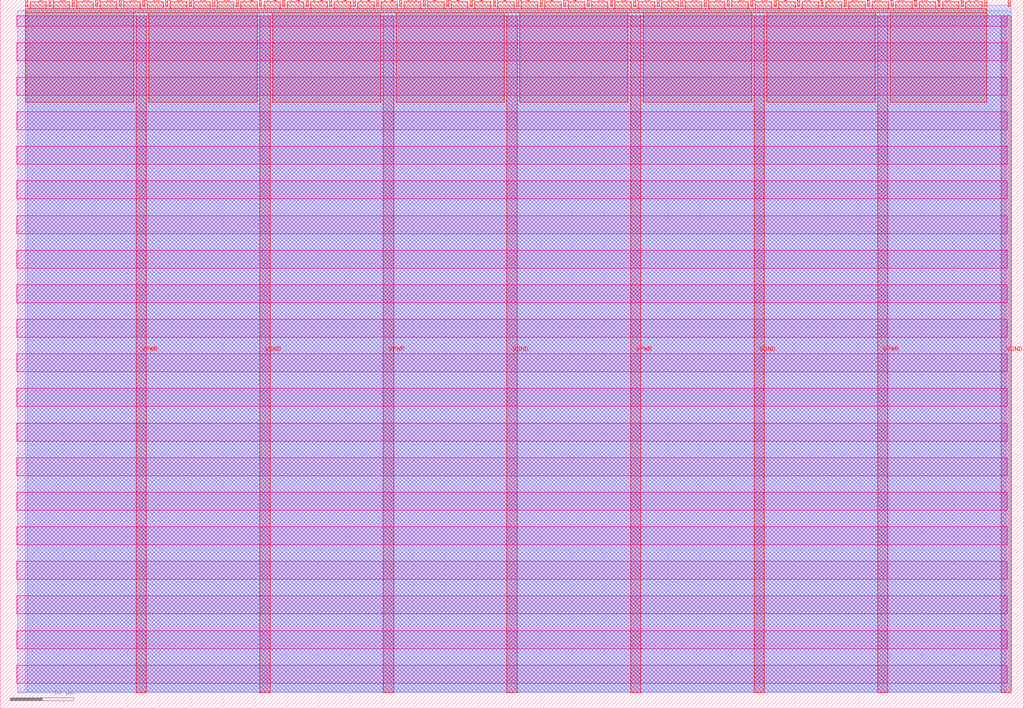
<source format=lef>
VERSION 5.7 ;
  NOWIREEXTENSIONATPIN ON ;
  DIVIDERCHAR "/" ;
  BUSBITCHARS "[]" ;
MACRO tt_um_adammaj
  CLASS BLOCK ;
  FOREIGN tt_um_adammaj ;
  ORIGIN 0.000 0.000 ;
  SIZE 161.000 BY 111.520 ;
  PIN VGND
    DIRECTION INOUT ;
    USE GROUND ;
    PORT
      LAYER met4 ;
        RECT 40.830 2.480 42.430 109.040 ;
    END
    PORT
      LAYER met4 ;
        RECT 79.700 2.480 81.300 109.040 ;
    END
    PORT
      LAYER met4 ;
        RECT 118.570 2.480 120.170 109.040 ;
    END
    PORT
      LAYER met4 ;
        RECT 157.440 2.480 159.040 109.040 ;
    END
  END VGND
  PIN VPWR
    DIRECTION INOUT ;
    USE POWER ;
    PORT
      LAYER met4 ;
        RECT 21.395 2.480 22.995 109.040 ;
    END
    PORT
      LAYER met4 ;
        RECT 60.265 2.480 61.865 109.040 ;
    END
    PORT
      LAYER met4 ;
        RECT 99.135 2.480 100.735 109.040 ;
    END
    PORT
      LAYER met4 ;
        RECT 138.005 2.480 139.605 109.040 ;
    END
  END VPWR
  PIN clk
    DIRECTION INPUT ;
    USE SIGNAL ;
    ANTENNAGATEAREA 0.852000 ;
    PORT
      LAYER met4 ;
        RECT 154.870 110.520 155.170 111.520 ;
    END
  END clk
  PIN ena
    DIRECTION INPUT ;
    USE SIGNAL ;
    PORT
      LAYER met4 ;
        RECT 158.550 110.520 158.850 111.520 ;
    END
  END ena
  PIN rst_n
    DIRECTION INPUT ;
    USE SIGNAL ;
    ANTENNAGATEAREA 0.126000 ;
    PORT
      LAYER met4 ;
        RECT 151.190 110.520 151.490 111.520 ;
    END
  END rst_n
  PIN ui_in[0]
    DIRECTION INPUT ;
    USE SIGNAL ;
    ANTENNAGATEAREA 0.159000 ;
    PORT
      LAYER met4 ;
        RECT 147.510 110.520 147.810 111.520 ;
    END
  END ui_in[0]
  PIN ui_in[1]
    DIRECTION INPUT ;
    USE SIGNAL ;
    ANTENNAGATEAREA 0.196500 ;
    PORT
      LAYER met4 ;
        RECT 143.830 110.520 144.130 111.520 ;
    END
  END ui_in[1]
  PIN ui_in[2]
    DIRECTION INPUT ;
    USE SIGNAL ;
    ANTENNAGATEAREA 0.159000 ;
    PORT
      LAYER met4 ;
        RECT 140.150 110.520 140.450 111.520 ;
    END
  END ui_in[2]
  PIN ui_in[3]
    DIRECTION INPUT ;
    USE SIGNAL ;
    ANTENNAGATEAREA 0.159000 ;
    PORT
      LAYER met4 ;
        RECT 136.470 110.520 136.770 111.520 ;
    END
  END ui_in[3]
  PIN ui_in[4]
    DIRECTION INPUT ;
    USE SIGNAL ;
    ANTENNAGATEAREA 0.213000 ;
    PORT
      LAYER met4 ;
        RECT 132.790 110.520 133.090 111.520 ;
    END
  END ui_in[4]
  PIN ui_in[5]
    DIRECTION INPUT ;
    USE SIGNAL ;
    ANTENNAGATEAREA 0.196500 ;
    PORT
      LAYER met4 ;
        RECT 129.110 110.520 129.410 111.520 ;
    END
  END ui_in[5]
  PIN ui_in[6]
    DIRECTION INPUT ;
    USE SIGNAL ;
    ANTENNAGATEAREA 0.213000 ;
    PORT
      LAYER met4 ;
        RECT 125.430 110.520 125.730 111.520 ;
    END
  END ui_in[6]
  PIN ui_in[7]
    DIRECTION INPUT ;
    USE SIGNAL ;
    ANTENNAGATEAREA 0.159000 ;
    PORT
      LAYER met4 ;
        RECT 121.750 110.520 122.050 111.520 ;
    END
  END ui_in[7]
  PIN uio_in[0]
    DIRECTION INPUT ;
    USE SIGNAL ;
    ANTENNAGATEAREA 0.213000 ;
    PORT
      LAYER met4 ;
        RECT 118.070 110.520 118.370 111.520 ;
    END
  END uio_in[0]
  PIN uio_in[1]
    DIRECTION INPUT ;
    USE SIGNAL ;
    ANTENNAGATEAREA 0.196500 ;
    PORT
      LAYER met4 ;
        RECT 114.390 110.520 114.690 111.520 ;
    END
  END uio_in[1]
  PIN uio_in[2]
    DIRECTION INPUT ;
    USE SIGNAL ;
    PORT
      LAYER met4 ;
        RECT 110.710 110.520 111.010 111.520 ;
    END
  END uio_in[2]
  PIN uio_in[3]
    DIRECTION INPUT ;
    USE SIGNAL ;
    PORT
      LAYER met4 ;
        RECT 107.030 110.520 107.330 111.520 ;
    END
  END uio_in[3]
  PIN uio_in[4]
    DIRECTION INPUT ;
    USE SIGNAL ;
    PORT
      LAYER met4 ;
        RECT 103.350 110.520 103.650 111.520 ;
    END
  END uio_in[4]
  PIN uio_in[5]
    DIRECTION INPUT ;
    USE SIGNAL ;
    PORT
      LAYER met4 ;
        RECT 99.670 110.520 99.970 111.520 ;
    END
  END uio_in[5]
  PIN uio_in[6]
    DIRECTION INPUT ;
    USE SIGNAL ;
    PORT
      LAYER met4 ;
        RECT 95.990 110.520 96.290 111.520 ;
    END
  END uio_in[6]
  PIN uio_in[7]
    DIRECTION INPUT ;
    USE SIGNAL ;
    PORT
      LAYER met4 ;
        RECT 92.310 110.520 92.610 111.520 ;
    END
  END uio_in[7]
  PIN uio_oe[0]
    DIRECTION OUTPUT TRISTATE ;
    USE SIGNAL ;
    PORT
      LAYER met4 ;
        RECT 29.750 110.520 30.050 111.520 ;
    END
  END uio_oe[0]
  PIN uio_oe[1]
    DIRECTION OUTPUT TRISTATE ;
    USE SIGNAL ;
    PORT
      LAYER met4 ;
        RECT 26.070 110.520 26.370 111.520 ;
    END
  END uio_oe[1]
  PIN uio_oe[2]
    DIRECTION OUTPUT TRISTATE ;
    USE SIGNAL ;
    PORT
      LAYER met4 ;
        RECT 22.390 110.520 22.690 111.520 ;
    END
  END uio_oe[2]
  PIN uio_oe[3]
    DIRECTION OUTPUT TRISTATE ;
    USE SIGNAL ;
    PORT
      LAYER met4 ;
        RECT 18.710 110.520 19.010 111.520 ;
    END
  END uio_oe[3]
  PIN uio_oe[4]
    DIRECTION OUTPUT TRISTATE ;
    USE SIGNAL ;
    PORT
      LAYER met4 ;
        RECT 15.030 110.520 15.330 111.520 ;
    END
  END uio_oe[4]
  PIN uio_oe[5]
    DIRECTION OUTPUT TRISTATE ;
    USE SIGNAL ;
    PORT
      LAYER met4 ;
        RECT 11.350 110.520 11.650 111.520 ;
    END
  END uio_oe[5]
  PIN uio_oe[6]
    DIRECTION OUTPUT TRISTATE ;
    USE SIGNAL ;
    PORT
      LAYER met4 ;
        RECT 7.670 110.520 7.970 111.520 ;
    END
  END uio_oe[6]
  PIN uio_oe[7]
    DIRECTION OUTPUT TRISTATE ;
    USE SIGNAL ;
    PORT
      LAYER met4 ;
        RECT 3.990 110.520 4.290 111.520 ;
    END
  END uio_oe[7]
  PIN uio_out[0]
    DIRECTION OUTPUT TRISTATE ;
    USE SIGNAL ;
    PORT
      LAYER met4 ;
        RECT 59.190 110.520 59.490 111.520 ;
    END
  END uio_out[0]
  PIN uio_out[1]
    DIRECTION OUTPUT TRISTATE ;
    USE SIGNAL ;
    PORT
      LAYER met4 ;
        RECT 55.510 110.520 55.810 111.520 ;
    END
  END uio_out[1]
  PIN uio_out[2]
    DIRECTION OUTPUT TRISTATE ;
    USE SIGNAL ;
    PORT
      LAYER met4 ;
        RECT 51.830 110.520 52.130 111.520 ;
    END
  END uio_out[2]
  PIN uio_out[3]
    DIRECTION OUTPUT TRISTATE ;
    USE SIGNAL ;
    PORT
      LAYER met4 ;
        RECT 48.150 110.520 48.450 111.520 ;
    END
  END uio_out[3]
  PIN uio_out[4]
    DIRECTION OUTPUT TRISTATE ;
    USE SIGNAL ;
    PORT
      LAYER met4 ;
        RECT 44.470 110.520 44.770 111.520 ;
    END
  END uio_out[4]
  PIN uio_out[5]
    DIRECTION OUTPUT TRISTATE ;
    USE SIGNAL ;
    PORT
      LAYER met4 ;
        RECT 40.790 110.520 41.090 111.520 ;
    END
  END uio_out[5]
  PIN uio_out[6]
    DIRECTION OUTPUT TRISTATE ;
    USE SIGNAL ;
    PORT
      LAYER met4 ;
        RECT 37.110 110.520 37.410 111.520 ;
    END
  END uio_out[6]
  PIN uio_out[7]
    DIRECTION OUTPUT TRISTATE ;
    USE SIGNAL ;
    PORT
      LAYER met4 ;
        RECT 33.430 110.520 33.730 111.520 ;
    END
  END uio_out[7]
  PIN uo_out[0]
    DIRECTION OUTPUT TRISTATE ;
    USE SIGNAL ;
    ANTENNADIFFAREA 0.445500 ;
    PORT
      LAYER met4 ;
        RECT 88.630 110.520 88.930 111.520 ;
    END
  END uo_out[0]
  PIN uo_out[1]
    DIRECTION OUTPUT TRISTATE ;
    USE SIGNAL ;
    ANTENNADIFFAREA 0.445500 ;
    PORT
      LAYER met4 ;
        RECT 84.950 110.520 85.250 111.520 ;
    END
  END uo_out[1]
  PIN uo_out[2]
    DIRECTION OUTPUT TRISTATE ;
    USE SIGNAL ;
    ANTENNADIFFAREA 0.445500 ;
    PORT
      LAYER met4 ;
        RECT 81.270 110.520 81.570 111.520 ;
    END
  END uo_out[2]
  PIN uo_out[3]
    DIRECTION OUTPUT TRISTATE ;
    USE SIGNAL ;
    ANTENNADIFFAREA 0.445500 ;
    PORT
      LAYER met4 ;
        RECT 77.590 110.520 77.890 111.520 ;
    END
  END uo_out[3]
  PIN uo_out[4]
    DIRECTION OUTPUT TRISTATE ;
    USE SIGNAL ;
    PORT
      LAYER met4 ;
        RECT 73.910 110.520 74.210 111.520 ;
    END
  END uo_out[4]
  PIN uo_out[5]
    DIRECTION OUTPUT TRISTATE ;
    USE SIGNAL ;
    PORT
      LAYER met4 ;
        RECT 70.230 110.520 70.530 111.520 ;
    END
  END uo_out[5]
  PIN uo_out[6]
    DIRECTION OUTPUT TRISTATE ;
    USE SIGNAL ;
    PORT
      LAYER met4 ;
        RECT 66.550 110.520 66.850 111.520 ;
    END
  END uo_out[6]
  PIN uo_out[7]
    DIRECTION OUTPUT TRISTATE ;
    USE SIGNAL ;
    PORT
      LAYER met4 ;
        RECT 62.870 110.520 63.170 111.520 ;
    END
  END uo_out[7]
  OBS
      LAYER nwell ;
        RECT 2.570 107.385 158.430 108.990 ;
        RECT 2.570 101.945 158.430 104.775 ;
        RECT 2.570 96.505 158.430 99.335 ;
        RECT 2.570 91.065 158.430 93.895 ;
        RECT 2.570 85.625 158.430 88.455 ;
        RECT 2.570 80.185 158.430 83.015 ;
        RECT 2.570 74.745 158.430 77.575 ;
        RECT 2.570 69.305 158.430 72.135 ;
        RECT 2.570 63.865 158.430 66.695 ;
        RECT 2.570 58.425 158.430 61.255 ;
        RECT 2.570 52.985 158.430 55.815 ;
        RECT 2.570 47.545 158.430 50.375 ;
        RECT 2.570 42.105 158.430 44.935 ;
        RECT 2.570 36.665 158.430 39.495 ;
        RECT 2.570 31.225 158.430 34.055 ;
        RECT 2.570 25.785 158.430 28.615 ;
        RECT 2.570 20.345 158.430 23.175 ;
        RECT 2.570 14.905 158.430 17.735 ;
        RECT 2.570 9.465 158.430 12.295 ;
        RECT 2.570 4.025 158.430 6.855 ;
      LAYER li1 ;
        RECT 2.760 2.635 158.240 108.885 ;
      LAYER met1 ;
        RECT 2.760 2.480 159.040 109.780 ;
      LAYER met2 ;
        RECT 4.230 2.535 159.010 110.685 ;
      LAYER met3 ;
        RECT 3.950 2.555 159.030 110.665 ;
      LAYER met4 ;
        RECT 4.690 110.120 7.270 111.170 ;
        RECT 8.370 110.120 10.950 111.170 ;
        RECT 12.050 110.120 14.630 111.170 ;
        RECT 15.730 110.120 18.310 111.170 ;
        RECT 19.410 110.120 21.990 111.170 ;
        RECT 23.090 110.120 25.670 111.170 ;
        RECT 26.770 110.120 29.350 111.170 ;
        RECT 30.450 110.120 33.030 111.170 ;
        RECT 34.130 110.120 36.710 111.170 ;
        RECT 37.810 110.120 40.390 111.170 ;
        RECT 41.490 110.120 44.070 111.170 ;
        RECT 45.170 110.120 47.750 111.170 ;
        RECT 48.850 110.120 51.430 111.170 ;
        RECT 52.530 110.120 55.110 111.170 ;
        RECT 56.210 110.120 58.790 111.170 ;
        RECT 59.890 110.120 62.470 111.170 ;
        RECT 63.570 110.120 66.150 111.170 ;
        RECT 67.250 110.120 69.830 111.170 ;
        RECT 70.930 110.120 73.510 111.170 ;
        RECT 74.610 110.120 77.190 111.170 ;
        RECT 78.290 110.120 80.870 111.170 ;
        RECT 81.970 110.120 84.550 111.170 ;
        RECT 85.650 110.120 88.230 111.170 ;
        RECT 89.330 110.120 91.910 111.170 ;
        RECT 93.010 110.120 95.590 111.170 ;
        RECT 96.690 110.120 99.270 111.170 ;
        RECT 100.370 110.120 102.950 111.170 ;
        RECT 104.050 110.120 106.630 111.170 ;
        RECT 107.730 110.120 110.310 111.170 ;
        RECT 111.410 110.120 113.990 111.170 ;
        RECT 115.090 110.120 117.670 111.170 ;
        RECT 118.770 110.120 121.350 111.170 ;
        RECT 122.450 110.120 125.030 111.170 ;
        RECT 126.130 110.120 128.710 111.170 ;
        RECT 129.810 110.120 132.390 111.170 ;
        RECT 133.490 110.120 136.070 111.170 ;
        RECT 137.170 110.120 139.750 111.170 ;
        RECT 140.850 110.120 143.430 111.170 ;
        RECT 144.530 110.120 147.110 111.170 ;
        RECT 148.210 110.120 150.790 111.170 ;
        RECT 151.890 110.120 154.470 111.170 ;
        RECT 3.975 109.440 155.185 110.120 ;
        RECT 3.975 95.375 20.995 109.440 ;
        RECT 23.395 95.375 40.430 109.440 ;
        RECT 42.830 95.375 59.865 109.440 ;
        RECT 62.265 95.375 79.300 109.440 ;
        RECT 81.700 95.375 98.735 109.440 ;
        RECT 101.135 95.375 118.170 109.440 ;
        RECT 120.570 95.375 137.605 109.440 ;
        RECT 140.005 95.375 155.185 109.440 ;
  END
END tt_um_adammaj
END LIBRARY


</source>
